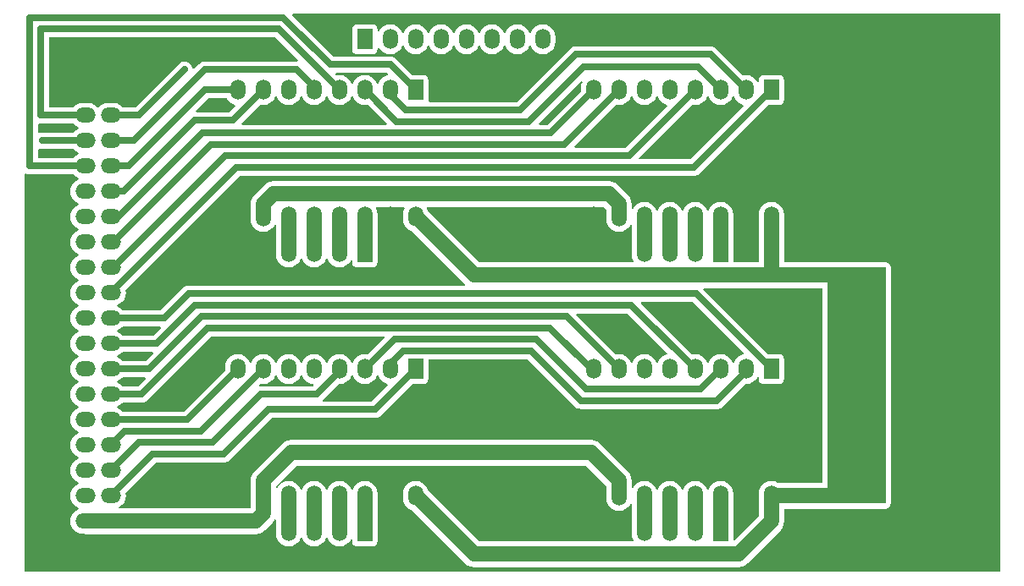
<source format=gtl>
G04 Layer_Physical_Order=1*
G04 Layer_Color=255*
%FSLAX44Y44*%
%MOMM*%
G71*
G01*
G75*
%ADD10C,0.6350*%
%ADD11C,1.5240*%
%ADD12O,1.5000X2.0000*%
%ADD13R,1.5000X2.0000*%
%ADD14O,2.0000X1.5000*%
%ADD15R,2.0000X1.5000*%
G36*
X988203Y473222D02*
X987795Y472019D01*
X987316Y471956D01*
X984256Y470689D01*
X981628Y468672D01*
X979611Y466044D01*
X978587Y463572D01*
X977213D01*
X976189Y466044D01*
X974172Y468672D01*
X971544Y470689D01*
X968484Y471956D01*
X965200Y472389D01*
X961916Y471956D01*
X958856Y470689D01*
X956228Y468672D01*
X954211Y466044D01*
X953187Y463572D01*
X951813D01*
X950789Y466044D01*
X948772Y468672D01*
X946144Y470689D01*
X943084Y471956D01*
X939800Y472389D01*
X936784Y471991D01*
X885670Y523106D01*
X886156Y524279D01*
X937146D01*
X988203Y473222D01*
D02*
G37*
G36*
X912003D02*
X911595Y472019D01*
X911116Y471956D01*
X908056Y470689D01*
X905428Y468672D01*
X903411Y466044D01*
X902387Y463572D01*
X901013D01*
X899989Y466044D01*
X897972Y468672D01*
X895344Y470689D01*
X892284Y471956D01*
X889000Y472389D01*
X885716Y471956D01*
X882656Y470689D01*
X880028Y468672D01*
X878011Y466044D01*
X876987Y463572D01*
X875613D01*
X874589Y466044D01*
X872572Y468672D01*
X869944Y470689D01*
X866884Y471956D01*
X863600Y472389D01*
X860584Y471991D01*
X820900Y511675D01*
X821386Y512849D01*
X872376D01*
X912003Y473222D01*
D02*
G37*
G36*
X397825Y473101D02*
X390251Y465526D01*
X367568D01*
X367072Y466172D01*
X364444Y468189D01*
X361972Y469213D01*
Y470587D01*
X364444Y471611D01*
X367072Y473628D01*
X367568Y474274D01*
X397339D01*
X397825Y473101D01*
D02*
G37*
G36*
X405445Y498501D02*
X397871Y490926D01*
X367568D01*
X367072Y491572D01*
X364444Y493589D01*
X361972Y494613D01*
Y495987D01*
X364444Y497011D01*
X367072Y499028D01*
X367568Y499674D01*
X404959D01*
X405445Y498501D01*
D02*
G37*
G36*
X629440Y488815D02*
X612616Y471991D01*
X609600Y472389D01*
X606316Y471956D01*
X603256Y470689D01*
X600628Y468672D01*
X598611Y466044D01*
X597587Y463572D01*
X596213D01*
X595189Y466044D01*
X593172Y468672D01*
X590544Y470689D01*
X587484Y471956D01*
X584200Y472389D01*
X580916Y471956D01*
X577856Y470689D01*
X575228Y468672D01*
X573211Y466044D01*
X572187Y463572D01*
X570813D01*
X569789Y466044D01*
X567772Y468672D01*
X565144Y470689D01*
X562084Y471956D01*
X558800Y472389D01*
X555516Y471956D01*
X552456Y470689D01*
X549828Y468672D01*
X547811Y466044D01*
X546787Y463572D01*
X545413D01*
X544389Y466044D01*
X542372Y468672D01*
X539744Y470689D01*
X536684Y471956D01*
X533400Y472389D01*
X530116Y471956D01*
X527056Y470689D01*
X524428Y468672D01*
X522411Y466044D01*
X521387Y463572D01*
X520013D01*
X518989Y466044D01*
X516972Y468672D01*
X514344Y470689D01*
X511284Y471956D01*
X508000Y472389D01*
X504716Y471956D01*
X501656Y470689D01*
X499028Y468672D01*
X497011Y466044D01*
X495987Y463572D01*
X494613D01*
X493589Y466044D01*
X491572Y468672D01*
X488944Y470689D01*
X485884Y471956D01*
X482600Y472389D01*
X479316Y471956D01*
X476256Y470689D01*
X473628Y468672D01*
X471611Y466044D01*
X470344Y462984D01*
X469911Y459700D01*
Y456287D01*
X428351Y414726D01*
X367568D01*
X367072Y415372D01*
X364444Y417389D01*
X361972Y418413D01*
Y419787D01*
X364444Y420811D01*
X367072Y422828D01*
X367568Y423474D01*
X386080D01*
X387158Y423616D01*
X388235Y423758D01*
X390243Y424589D01*
X391968Y425913D01*
X456044Y489989D01*
X628954D01*
X629440Y488815D01*
D02*
G37*
G36*
X1066690Y343010D02*
X1023229D01*
X1022344Y343689D01*
X1019284Y344956D01*
X1016000Y345389D01*
X1012716Y344956D01*
X1009656Y343689D01*
X1007028Y341672D01*
X1005011Y339044D01*
X1003744Y335984D01*
X1003311Y332700D01*
Y331119D01*
X1003190Y330200D01*
Y310106D01*
X979053Y285968D01*
X977879Y286454D01*
Y293652D01*
X978010Y294640D01*
Y330200D01*
X977888Y331119D01*
Y332700D01*
X977456Y335984D01*
X976189Y339044D01*
X974172Y341672D01*
X971544Y343689D01*
X968484Y344956D01*
X965200Y345389D01*
X961916Y344956D01*
X958856Y343689D01*
X956228Y341672D01*
X954211Y339044D01*
X953187Y336572D01*
X951813D01*
X950789Y339044D01*
X948772Y341672D01*
X946144Y343689D01*
X943084Y344956D01*
X939800Y345389D01*
X936516Y344956D01*
X933456Y343689D01*
X930828Y341672D01*
X928811Y339044D01*
X927787Y336572D01*
X926413D01*
X925389Y339044D01*
X923372Y341672D01*
X920744Y343689D01*
X917684Y344956D01*
X914400Y345389D01*
X911116Y344956D01*
X908056Y343689D01*
X905428Y341672D01*
X903411Y339044D01*
X902387Y336572D01*
X901013D01*
X899989Y339044D01*
X897972Y341672D01*
X895344Y343689D01*
X892284Y344956D01*
X889000Y345389D01*
X885716Y344956D01*
X882656Y343689D01*
X880028Y341672D01*
X878011Y339044D01*
X877680Y338243D01*
X876410Y338496D01*
Y345440D01*
X875973Y348755D01*
X874693Y351845D01*
X872658Y354498D01*
X844718Y382438D01*
X842065Y384473D01*
X838975Y385753D01*
X835660Y386190D01*
X535940D01*
X532625Y385753D01*
X529535Y384473D01*
X526882Y382438D01*
X498942Y354498D01*
X496907Y351845D01*
X495627Y348755D01*
X495190Y345440D01*
Y330200D01*
Y317726D01*
X495074Y317610D01*
X363896D01*
X363643Y318880D01*
X364444Y319211D01*
X367072Y321228D01*
X369089Y323856D01*
X370356Y326916D01*
X370789Y330200D01*
X370391Y333216D01*
X400959Y363784D01*
X468630D01*
X469707Y363926D01*
X470785Y364067D01*
X472793Y364899D01*
X474518Y366222D01*
X516529Y408234D01*
X619760D01*
X620838Y408376D01*
X621915Y408517D01*
X623923Y409349D01*
X625648Y410672D01*
X656995Y442020D01*
X667900D01*
X669882Y442415D01*
X671562Y443537D01*
X672685Y445218D01*
X673080Y447200D01*
Y467129D01*
X772392D01*
X819958Y419562D01*
X821682Y418239D01*
X823691Y417407D01*
X825845Y417124D01*
X961390D01*
X962467Y417266D01*
X963545Y417407D01*
X965553Y418239D01*
X967278Y419562D01*
X989828Y442113D01*
X990600Y442011D01*
X993884Y442444D01*
X996944Y443711D01*
X999572Y445728D01*
X1001589Y448356D01*
X1002050Y449471D01*
X1003320Y449218D01*
Y447200D01*
X1003715Y445218D01*
X1004837Y443537D01*
X1006518Y442415D01*
X1008500Y442020D01*
X1023500D01*
X1025482Y442415D01*
X1027162Y443537D01*
X1028285Y445218D01*
X1028680Y447200D01*
Y467200D01*
X1028285Y469182D01*
X1027162Y470863D01*
X1025482Y471985D01*
X1023500Y472379D01*
X1012596D01*
X947778Y537197D01*
X948264Y538370D01*
X1066690D01*
Y343010D01*
D02*
G37*
G36*
X1130300Y322580D02*
X1071880D01*
Y558800D01*
X1130300D01*
Y322580D01*
D02*
G37*
G36*
X1244600Y254000D02*
X269240D01*
Y652447D01*
X270510Y653043D01*
X272165Y652357D01*
X274320Y652074D01*
X318232D01*
X318728Y651428D01*
X321356Y649411D01*
X323828Y648387D01*
Y647013D01*
X321356Y645989D01*
X318728Y643972D01*
X316711Y641344D01*
X315444Y638284D01*
X315011Y635000D01*
X315444Y631716D01*
X316711Y628656D01*
X318728Y626028D01*
X321356Y624011D01*
X323828Y622987D01*
Y621613D01*
X321356Y620589D01*
X318728Y618572D01*
X316711Y615944D01*
X315444Y612884D01*
X315011Y609600D01*
X315444Y606316D01*
X316711Y603256D01*
X318728Y600628D01*
X321356Y598611D01*
X323828Y597587D01*
Y596213D01*
X321356Y595189D01*
X318728Y593172D01*
X316711Y590544D01*
X315444Y587484D01*
X315011Y584200D01*
X315444Y580916D01*
X316711Y577856D01*
X318728Y575228D01*
X321356Y573211D01*
X323828Y572187D01*
Y570813D01*
X321356Y569789D01*
X318728Y567772D01*
X316711Y565144D01*
X315444Y562084D01*
X315011Y558800D01*
X315444Y555516D01*
X316711Y552456D01*
X318728Y549828D01*
X321356Y547811D01*
X323828Y546787D01*
Y545413D01*
X321356Y544389D01*
X318728Y542372D01*
X316711Y539744D01*
X315444Y536684D01*
X315011Y533400D01*
X315444Y530116D01*
X316711Y527056D01*
X318728Y524428D01*
X321356Y522411D01*
X323828Y521387D01*
Y520013D01*
X321356Y518989D01*
X318728Y516972D01*
X316711Y514344D01*
X315444Y511284D01*
X315011Y508000D01*
X315444Y504716D01*
X316711Y501656D01*
X318728Y499028D01*
X321356Y497011D01*
X323828Y495987D01*
Y494613D01*
X321356Y493589D01*
X318728Y491572D01*
X316711Y488944D01*
X315444Y485884D01*
X315011Y482600D01*
X315444Y479316D01*
X316711Y476256D01*
X318728Y473628D01*
X321356Y471611D01*
X323828Y470587D01*
Y469213D01*
X321356Y468189D01*
X318728Y466172D01*
X316711Y463544D01*
X315444Y460484D01*
X315011Y457200D01*
X315444Y453916D01*
X316711Y450856D01*
X318728Y448228D01*
X321356Y446211D01*
X323828Y445187D01*
Y443813D01*
X321356Y442789D01*
X318728Y440772D01*
X316711Y438144D01*
X315444Y435084D01*
X315011Y431800D01*
X315444Y428516D01*
X316711Y425456D01*
X318728Y422828D01*
X321356Y420811D01*
X323828Y419787D01*
Y418413D01*
X321356Y417389D01*
X318728Y415372D01*
X316711Y412744D01*
X315444Y409684D01*
X315011Y406400D01*
X315444Y403116D01*
X316711Y400056D01*
X318728Y397428D01*
X321356Y395411D01*
X323828Y394387D01*
Y393013D01*
X321356Y391989D01*
X318728Y389972D01*
X316711Y387344D01*
X315444Y384284D01*
X315011Y381000D01*
X315444Y377716D01*
X316711Y374656D01*
X318728Y372028D01*
X321356Y370011D01*
X323828Y368987D01*
Y367613D01*
X321356Y366589D01*
X318728Y364572D01*
X316711Y361944D01*
X315444Y358884D01*
X315011Y355600D01*
X315444Y352316D01*
X316711Y349256D01*
X318728Y346628D01*
X321356Y344611D01*
X323828Y343587D01*
Y342213D01*
X321356Y341189D01*
X318728Y339172D01*
X316711Y336544D01*
X315444Y333484D01*
X315011Y330200D01*
X315444Y326916D01*
X316711Y323856D01*
X318728Y321228D01*
X321356Y319211D01*
X323828Y318187D01*
Y316813D01*
X321356Y315789D01*
X318728Y313772D01*
X316711Y311144D01*
X315444Y308084D01*
X315011Y304800D01*
X315444Y301516D01*
X316711Y298456D01*
X318728Y295828D01*
X321356Y293811D01*
X324416Y292544D01*
X327700Y292111D01*
X329281D01*
X330200Y291990D01*
X500380D01*
X503695Y292427D01*
X506785Y293707D01*
X509438Y295742D01*
X517058Y303362D01*
X519093Y306015D01*
X519320Y306563D01*
X520590Y306311D01*
Y294640D01*
X520712Y293721D01*
Y292140D01*
X521144Y288856D01*
X522411Y285796D01*
X524428Y283168D01*
X527056Y281151D01*
X530116Y279884D01*
X533400Y279451D01*
X536684Y279884D01*
X539744Y281151D01*
X542372Y283168D01*
X544389Y285796D01*
X545413Y288268D01*
X546787D01*
X547811Y285796D01*
X549828Y283168D01*
X552456Y281151D01*
X555516Y279884D01*
X558800Y279451D01*
X562084Y279884D01*
X565144Y281151D01*
X567772Y283168D01*
X569789Y285796D01*
X570813Y288268D01*
X572187D01*
X573211Y285796D01*
X575228Y283168D01*
X577856Y281151D01*
X580916Y279884D01*
X584200Y279451D01*
X587484Y279884D01*
X590544Y281151D01*
X593172Y283168D01*
X595189Y285796D01*
X595650Y286911D01*
X596921Y286658D01*
Y284640D01*
X597315Y282658D01*
X598438Y280977D01*
X600118Y279855D01*
X602100Y279461D01*
X617100D01*
X619082Y279855D01*
X620762Y280977D01*
X621885Y282658D01*
X622280Y284640D01*
Y293652D01*
X622410Y294640D01*
Y330200D01*
X622289Y331119D01*
Y332700D01*
X621856Y335984D01*
X620589Y339044D01*
X618572Y341672D01*
X615944Y343689D01*
X612884Y344956D01*
X609600Y345389D01*
X606316Y344956D01*
X603256Y343689D01*
X600628Y341672D01*
X598611Y339044D01*
X597587Y336572D01*
X596213D01*
X595189Y339044D01*
X593172Y341672D01*
X590544Y343689D01*
X587484Y344956D01*
X584200Y345389D01*
X580916Y344956D01*
X577856Y343689D01*
X575228Y341672D01*
X573211Y339044D01*
X572187Y336572D01*
X570813D01*
X569789Y339044D01*
X567772Y341672D01*
X565144Y343689D01*
X562084Y344956D01*
X558800Y345389D01*
X555516Y344956D01*
X552456Y343689D01*
X549828Y341672D01*
X547811Y339044D01*
X546787Y336572D01*
X545413D01*
X544389Y339044D01*
X542372Y341672D01*
X539744Y343689D01*
X536684Y344956D01*
X533400Y345389D01*
X530116Y344956D01*
X527056Y343689D01*
X524428Y341672D01*
X522411Y339044D01*
X522080Y338243D01*
X520810Y338496D01*
Y340134D01*
X541246Y360570D01*
X830354D01*
X850790Y340134D01*
Y330200D01*
X850911Y329281D01*
Y327700D01*
X851344Y324416D01*
X852611Y321356D01*
X854628Y318728D01*
X857256Y316711D01*
X860316Y315444D01*
X863600Y315011D01*
X866884Y315444D01*
X869944Y316711D01*
X872572Y318728D01*
X874589Y321356D01*
X874920Y322157D01*
X876190Y321904D01*
Y294640D01*
X876311Y293721D01*
Y292140D01*
X876744Y288856D01*
X878011Y285796D01*
X878063Y285729D01*
X877501Y284590D01*
X724126D01*
X672603Y336113D01*
X671389Y339044D01*
X669372Y341672D01*
X666744Y343689D01*
X663684Y344956D01*
X660400Y345389D01*
X657116Y344956D01*
X654056Y343689D01*
X651428Y341672D01*
X649411Y339044D01*
X648144Y335984D01*
X647711Y332700D01*
Y331119D01*
X647590Y330200D01*
X647711Y329281D01*
Y327700D01*
X648144Y324416D01*
X649411Y321356D01*
X651428Y318728D01*
X654056Y316711D01*
X656988Y315497D01*
X709762Y262722D01*
X712415Y260687D01*
X715505Y259407D01*
X718820Y258970D01*
X982980D01*
X986295Y259407D01*
X989385Y260687D01*
X992038Y262722D01*
X1025058Y295742D01*
X1027093Y298395D01*
X1028373Y301485D01*
X1028810Y304800D01*
Y317390D01*
X1079500D01*
X1079576Y317400D01*
X1130300D01*
X1132282Y317795D01*
X1133962Y318918D01*
X1135085Y320598D01*
X1135480Y322580D01*
Y558800D01*
X1135085Y560782D01*
X1133962Y562463D01*
X1132282Y563585D01*
X1130300Y563979D01*
X1079576D01*
X1079500Y563990D01*
X1028810D01*
Y609600D01*
X1028689Y610519D01*
Y612100D01*
X1028256Y615384D01*
X1026989Y618444D01*
X1024972Y621072D01*
X1022344Y623089D01*
X1019284Y624356D01*
X1016000Y624789D01*
X1012716Y624356D01*
X1009656Y623089D01*
X1007028Y621072D01*
X1005011Y618444D01*
X1003744Y615384D01*
X1003311Y612100D01*
Y610519D01*
X1003190Y609600D01*
Y563990D01*
X977921D01*
X977879Y564040D01*
Y573052D01*
X978010Y574040D01*
Y609600D01*
X977888Y610519D01*
Y612100D01*
X977456Y615384D01*
X976189Y618444D01*
X974172Y621072D01*
X971544Y623089D01*
X968484Y624356D01*
X965200Y624789D01*
X961916Y624356D01*
X958856Y623089D01*
X956228Y621072D01*
X954211Y618444D01*
X953187Y615972D01*
X951813D01*
X950789Y618444D01*
X948772Y621072D01*
X946144Y623089D01*
X943084Y624356D01*
X939800Y624789D01*
X936516Y624356D01*
X933456Y623089D01*
X930828Y621072D01*
X928811Y618444D01*
X927787Y615972D01*
X926413D01*
X925389Y618444D01*
X923372Y621072D01*
X920744Y623089D01*
X917684Y624356D01*
X914400Y624789D01*
X911116Y624356D01*
X908056Y623089D01*
X905428Y621072D01*
X903411Y618444D01*
X902387Y615972D01*
X901013D01*
X899989Y618444D01*
X897972Y621072D01*
X895344Y623089D01*
X892284Y624356D01*
X889000Y624789D01*
X885716Y624356D01*
X882656Y623089D01*
X880028Y621072D01*
X878011Y618444D01*
X877680Y617643D01*
X876410Y617896D01*
Y622300D01*
X875973Y625615D01*
X874693Y628705D01*
X872658Y631358D01*
X862498Y641518D01*
X859845Y643553D01*
X856755Y644833D01*
X853440Y645270D01*
X518160D01*
X514845Y644833D01*
X511755Y643553D01*
X509102Y641518D01*
X498942Y631358D01*
X496907Y628705D01*
X495627Y625615D01*
X495190Y622300D01*
Y609600D01*
X495312Y608681D01*
Y607100D01*
X495744Y603816D01*
X497011Y600756D01*
X499028Y598128D01*
X501656Y596111D01*
X504716Y594844D01*
X508000Y594411D01*
X511284Y594844D01*
X514344Y596111D01*
X516972Y598128D01*
X518989Y600756D01*
X519320Y601557D01*
X520590Y601304D01*
Y574040D01*
X520712Y573121D01*
Y571540D01*
X521144Y568256D01*
X522411Y565196D01*
X524428Y562568D01*
X527056Y560551D01*
X530116Y559284D01*
X533400Y558851D01*
X536684Y559284D01*
X539744Y560551D01*
X542372Y562568D01*
X544389Y565196D01*
X545413Y567668D01*
X546787D01*
X547811Y565196D01*
X549828Y562568D01*
X552456Y560551D01*
X555516Y559284D01*
X558800Y558851D01*
X562084Y559284D01*
X565144Y560551D01*
X567772Y562568D01*
X569789Y565196D01*
X570813Y567668D01*
X572187D01*
X573211Y565196D01*
X575228Y562568D01*
X577856Y560551D01*
X580916Y559284D01*
X584200Y558851D01*
X587484Y559284D01*
X590544Y560551D01*
X593172Y562568D01*
X595189Y565196D01*
X595650Y566311D01*
X596921Y566058D01*
Y564040D01*
X597315Y562058D01*
X598438Y560378D01*
X600118Y559255D01*
X602100Y558861D01*
X617100D01*
X619082Y559255D01*
X620762Y560378D01*
X621885Y562058D01*
X622280Y564040D01*
Y573052D01*
X622410Y574040D01*
Y609600D01*
X622289Y610519D01*
Y612100D01*
X621856Y615384D01*
X620589Y618444D01*
X620537Y618511D01*
X621099Y619650D01*
X648901D01*
X649463Y618511D01*
X649411Y618444D01*
X648144Y615384D01*
X647711Y612100D01*
Y610519D01*
X647590Y609600D01*
X647711Y608681D01*
Y607100D01*
X648144Y603816D01*
X649411Y600756D01*
X651428Y598128D01*
X654056Y596111D01*
X656988Y594897D01*
X709683Y542201D01*
X709646Y541781D01*
X709358Y540931D01*
X433545D01*
X432467Y540789D01*
X431390Y540648D01*
X429382Y539816D01*
X427658Y538493D01*
X405491Y516326D01*
X367568D01*
X367072Y516972D01*
X364444Y518989D01*
X361972Y520013D01*
Y521387D01*
X364444Y522411D01*
X367072Y524428D01*
X369089Y527056D01*
X370356Y530116D01*
X370789Y533400D01*
X370391Y536416D01*
X484779Y650804D01*
X938530D01*
X939607Y650946D01*
X940685Y651087D01*
X942693Y651919D01*
X944417Y653242D01*
X1012596Y721421D01*
X1023500D01*
X1025482Y721815D01*
X1027162Y722937D01*
X1028285Y724618D01*
X1028680Y726600D01*
Y746600D01*
X1028285Y748582D01*
X1027162Y750263D01*
X1025482Y751385D01*
X1023500Y751779D01*
X1008500D01*
X1006518Y751385D01*
X1004837Y750263D01*
X1003715Y748582D01*
X1003320Y746600D01*
Y744582D01*
X1002050Y744329D01*
X1001589Y745444D01*
X999572Y748072D01*
X996944Y750089D01*
X993884Y751356D01*
X990600Y751789D01*
X987584Y751391D01*
X960928Y778047D01*
X959203Y779371D01*
X957195Y780202D01*
X956117Y780344D01*
X955040Y780486D01*
X820420D01*
X818265Y780202D01*
X816257Y779371D01*
X814532Y778047D01*
X761091Y724606D01*
X673978D01*
X672935Y725876D01*
X673080Y726600D01*
Y746600D01*
X672685Y748582D01*
X671562Y750263D01*
X669882Y751385D01*
X667900Y751779D01*
X656995D01*
X640888Y767887D01*
X639163Y769211D01*
X637155Y770042D01*
X636077Y770184D01*
X635000Y770326D01*
X578413D01*
X537113Y811627D01*
X537599Y812800D01*
X1244600D01*
Y254000D01*
D02*
G37*
G36*
X390205Y447701D02*
X382631Y440126D01*
X367568D01*
X367072Y440772D01*
X364444Y442789D01*
X361972Y443813D01*
Y445187D01*
X364444Y446211D01*
X367072Y448228D01*
X367568Y448874D01*
X389719D01*
X390205Y447701D01*
D02*
G37*
G36*
X624011Y448356D02*
X626028Y445728D01*
X628656Y443711D01*
X631716Y442444D01*
X632195Y442381D01*
X632603Y441178D01*
X616311Y424886D01*
X567816D01*
X567471Y426156D01*
X583428Y442113D01*
X584200Y442011D01*
X587484Y442444D01*
X590544Y443711D01*
X593172Y445728D01*
X595189Y448356D01*
X596213Y450828D01*
X597587D01*
X598611Y448356D01*
X600628Y445728D01*
X603256Y443711D01*
X606316Y442444D01*
X609600Y442011D01*
X612884Y442444D01*
X615944Y443711D01*
X618572Y445728D01*
X620589Y448356D01*
X621613Y450828D01*
X622987D01*
X624011Y448356D01*
D02*
G37*
G36*
X522411D02*
X524428Y445728D01*
X527056Y443711D01*
X530116Y442444D01*
X533400Y442011D01*
X536684Y442444D01*
X539744Y443711D01*
X542372Y445728D01*
X544389Y448356D01*
X545413Y450828D01*
X546787D01*
X547811Y448356D01*
X549828Y445728D01*
X552456Y443711D01*
X555516Y442444D01*
X557705Y442156D01*
X558166Y440916D01*
X557531Y440126D01*
X505460D01*
X504351Y439980D01*
X503758Y441183D01*
X504984Y442409D01*
X508000Y442011D01*
X511284Y442444D01*
X514344Y443711D01*
X516972Y445728D01*
X518989Y448356D01*
X520013Y450828D01*
X521387D01*
X522411Y448356D01*
D02*
G37*
G36*
X878011Y727756D02*
X880028Y725128D01*
X882656Y723111D01*
X885716Y721844D01*
X889000Y721411D01*
X892284Y721844D01*
X895344Y723111D01*
X897972Y725128D01*
X899989Y727756D01*
X901013Y730228D01*
X902387D01*
X903411Y727756D01*
X905428Y725128D01*
X908056Y723111D01*
X911116Y721844D01*
X911595Y721781D01*
X912003Y720578D01*
X870311Y678886D01*
X819321D01*
X818835Y680060D01*
X860584Y721809D01*
X863600Y721411D01*
X866884Y721844D01*
X869944Y723111D01*
X872572Y725128D01*
X874589Y727756D01*
X875613Y730228D01*
X876987D01*
X878011Y727756D01*
D02*
G37*
G36*
X573211D02*
X575228Y725128D01*
X577856Y723111D01*
X580916Y721844D01*
X584200Y721411D01*
X587484Y721844D01*
X590544Y723111D01*
X593172Y725128D01*
X595189Y727756D01*
X596213Y730228D01*
X597587D01*
X598611Y727756D01*
X600628Y725128D01*
X603256Y723111D01*
X606316Y721844D01*
X609600Y721411D01*
X612616Y721809D01*
X631505Y702919D01*
X631019Y701746D01*
X486581D01*
X486095Y702919D01*
X504984Y721809D01*
X508000Y721411D01*
X511284Y721844D01*
X514344Y723111D01*
X516972Y725128D01*
X518989Y727756D01*
X520013Y730228D01*
X521387D01*
X522411Y727756D01*
X524428Y725128D01*
X527056Y723111D01*
X530116Y721844D01*
X533400Y721411D01*
X536684Y721844D01*
X539744Y723111D01*
X542372Y725128D01*
X544389Y727756D01*
X545413Y730228D01*
X546787D01*
X547811Y727756D01*
X549828Y725128D01*
X552456Y723111D01*
X555516Y721844D01*
X558800Y721411D01*
X562084Y721844D01*
X565144Y723111D01*
X567772Y725128D01*
X569789Y727756D01*
X570813Y730228D01*
X572187D01*
X573211Y727756D01*
D02*
G37*
G36*
X954211D02*
X956228Y725128D01*
X958856Y723111D01*
X961916Y721844D01*
X965200Y721411D01*
X968484Y721844D01*
X971544Y723111D01*
X974172Y725128D01*
X976189Y727756D01*
X977213Y730228D01*
X978587D01*
X979611Y727756D01*
X981628Y725128D01*
X984256Y723111D01*
X987316Y721844D01*
X987795Y721781D01*
X988203Y720578D01*
X935081Y667456D01*
X884091D01*
X883605Y668630D01*
X936784Y721809D01*
X939800Y721411D01*
X943084Y721844D01*
X946144Y723111D01*
X948772Y725128D01*
X950789Y727756D01*
X951813Y730228D01*
X953187D01*
X954211Y727756D01*
D02*
G37*
G36*
X542722Y766303D02*
X542129Y765100D01*
X541020Y765246D01*
X449580D01*
X448503Y765104D01*
X447425Y764962D01*
X445417Y764131D01*
X443693Y762807D01*
X438744Y757859D01*
X437403Y758314D01*
X437303Y759075D01*
X436471Y761083D01*
X435148Y762807D01*
X433423Y764131D01*
X431415Y764962D01*
X429260Y765246D01*
X427105Y764962D01*
X425097Y764131D01*
X423372Y762807D01*
X380091Y719526D01*
X367568D01*
X367072Y720172D01*
X364444Y722189D01*
X361384Y723456D01*
X358100Y723888D01*
X353100D01*
X349816Y723456D01*
X346756Y722189D01*
X344128Y720172D01*
X343535Y719400D01*
X342265D01*
X341672Y720172D01*
X339044Y722189D01*
X335984Y723456D01*
X332700Y723888D01*
X327700D01*
X324416Y723456D01*
X321356Y722189D01*
X318728Y720172D01*
X318232Y719526D01*
X294076D01*
Y789488D01*
X519537D01*
X542722Y766303D01*
D02*
G37*
G36*
X632603Y752622D02*
X632195Y751419D01*
X631716Y751356D01*
X628656Y750089D01*
X626028Y748072D01*
X624011Y745444D01*
X622987Y742972D01*
X621613D01*
X620589Y745444D01*
X618572Y748072D01*
X615944Y750089D01*
X612884Y751356D01*
X609600Y751789D01*
X606316Y751356D01*
X603256Y750089D01*
X600628Y748072D01*
X598611Y745444D01*
X597587Y742972D01*
X596213D01*
X595189Y745444D01*
X593172Y748072D01*
X590544Y750089D01*
X587484Y751356D01*
X584200Y751789D01*
X581184Y751391D01*
X580075Y752501D01*
X580561Y753674D01*
X631551D01*
X632603Y752622D01*
D02*
G37*
G36*
X284865Y677757D02*
X287020Y677474D01*
X318232D01*
X318728Y676828D01*
X321356Y674811D01*
X323828Y673787D01*
Y672413D01*
X321356Y671389D01*
X318728Y669372D01*
X318232Y668726D01*
X282646D01*
Y677302D01*
X283916Y678150D01*
X284865Y677757D01*
D02*
G37*
G36*
X850790Y616994D02*
Y609600D01*
X850911Y608681D01*
Y607100D01*
X851344Y603816D01*
X852611Y600756D01*
X854628Y598128D01*
X857256Y596111D01*
X860316Y594844D01*
X863600Y594411D01*
X866884Y594844D01*
X869944Y596111D01*
X872572Y598128D01*
X874589Y600756D01*
X874920Y601557D01*
X876190Y601304D01*
Y574040D01*
X876311Y573121D01*
Y571540D01*
X876744Y568256D01*
X878011Y565196D01*
X878063Y565129D01*
X877501Y563990D01*
X724126D01*
X672603Y615513D01*
X671389Y618444D01*
X671337Y618511D01*
X671899Y619650D01*
X848134D01*
X850790Y616994D01*
D02*
G37*
G36*
X285750Y702874D02*
X318232D01*
X318728Y702228D01*
X321356Y700211D01*
X323828Y699187D01*
Y697813D01*
X321356Y696789D01*
X318728Y694772D01*
X318232Y694126D01*
X287020D01*
X284865Y693842D01*
X283916Y693449D01*
X282646Y694298D01*
Y702350D01*
X283916Y703115D01*
X285750Y702874D01*
D02*
G37*
G36*
X471611Y727756D02*
X473628Y725128D01*
X476256Y723111D01*
X479316Y721844D01*
X479795Y721781D01*
X480203Y720578D01*
X474071Y714446D01*
X440997D01*
X440471Y715716D01*
X453029Y728274D01*
X471397D01*
X471611Y727756D01*
D02*
G37*
G36*
X826940Y744789D02*
X825944Y742384D01*
X825511Y739100D01*
Y735686D01*
X791571Y701746D01*
X783761D01*
X783275Y702919D01*
X825863Y745508D01*
X826940Y744789D01*
D02*
G37*
%LPC*%
G36*
X787400Y802589D02*
X784116Y802156D01*
X781056Y800889D01*
X778428Y798872D01*
X776411Y796244D01*
X775387Y793772D01*
X774013D01*
X772989Y796244D01*
X770972Y798872D01*
X768344Y800889D01*
X765284Y802156D01*
X762000Y802589D01*
X758716Y802156D01*
X755656Y800889D01*
X753028Y798872D01*
X751011Y796244D01*
X749987Y793772D01*
X748613D01*
X747589Y796244D01*
X745572Y798872D01*
X742944Y800889D01*
X739884Y802156D01*
X736600Y802589D01*
X733316Y802156D01*
X730256Y800889D01*
X727628Y798872D01*
X725611Y796244D01*
X724587Y793772D01*
X723213D01*
X722189Y796244D01*
X720172Y798872D01*
X717544Y800889D01*
X714484Y802156D01*
X711200Y802589D01*
X707916Y802156D01*
X704856Y800889D01*
X702228Y798872D01*
X700211Y796244D01*
X699187Y793772D01*
X697813D01*
X696789Y796244D01*
X694772Y798872D01*
X692144Y800889D01*
X689084Y802156D01*
X685800Y802589D01*
X682516Y802156D01*
X679456Y800889D01*
X676828Y798872D01*
X674811Y796244D01*
X673787Y793772D01*
X672413D01*
X671389Y796244D01*
X669372Y798872D01*
X666744Y800889D01*
X663684Y802156D01*
X660400Y802589D01*
X657116Y802156D01*
X654056Y800889D01*
X651428Y798872D01*
X649411Y796244D01*
X648387Y793772D01*
X647013D01*
X645989Y796244D01*
X643972Y798872D01*
X641344Y800889D01*
X638284Y802156D01*
X635000Y802589D01*
X631716Y802156D01*
X628656Y800889D01*
X626028Y798872D01*
X624011Y796244D01*
X623549Y795129D01*
X622280Y795382D01*
Y797400D01*
X621885Y799382D01*
X620762Y801062D01*
X619082Y802185D01*
X617100Y802579D01*
X602100D01*
X600118Y802185D01*
X598438Y801062D01*
X597315Y799382D01*
X596921Y797400D01*
Y777400D01*
X597315Y775418D01*
X598438Y773737D01*
X600118Y772615D01*
X602100Y772221D01*
X617100D01*
X619082Y772615D01*
X620762Y773737D01*
X621885Y775418D01*
X622280Y777400D01*
Y779418D01*
X623549Y779671D01*
X624011Y778556D01*
X626028Y775928D01*
X628656Y773911D01*
X631716Y772644D01*
X635000Y772211D01*
X638284Y772644D01*
X641344Y773911D01*
X643972Y775928D01*
X645989Y778556D01*
X647013Y781028D01*
X648387D01*
X649411Y778556D01*
X651428Y775928D01*
X654056Y773911D01*
X657116Y772644D01*
X660400Y772211D01*
X663684Y772644D01*
X666744Y773911D01*
X669372Y775928D01*
X671389Y778556D01*
X672413Y781028D01*
X673787D01*
X674811Y778556D01*
X676828Y775928D01*
X679456Y773911D01*
X682516Y772644D01*
X685800Y772211D01*
X689084Y772644D01*
X692144Y773911D01*
X694772Y775928D01*
X696789Y778556D01*
X697813Y781028D01*
X699187D01*
X700211Y778556D01*
X702228Y775928D01*
X704856Y773911D01*
X707916Y772644D01*
X711200Y772211D01*
X714484Y772644D01*
X717544Y773911D01*
X720172Y775928D01*
X722189Y778556D01*
X723213Y781028D01*
X724587D01*
X725611Y778556D01*
X727628Y775928D01*
X730256Y773911D01*
X733316Y772644D01*
X736600Y772211D01*
X739884Y772644D01*
X742944Y773911D01*
X745572Y775928D01*
X747589Y778556D01*
X748613Y781028D01*
X749987D01*
X751011Y778556D01*
X753028Y775928D01*
X755656Y773911D01*
X758716Y772644D01*
X762000Y772211D01*
X765284Y772644D01*
X768344Y773911D01*
X770972Y775928D01*
X772989Y778556D01*
X774013Y781028D01*
X775387D01*
X776411Y778556D01*
X778428Y775928D01*
X781056Y773911D01*
X784116Y772644D01*
X787400Y772211D01*
X790684Y772644D01*
X793744Y773911D01*
X796372Y775928D01*
X798389Y778556D01*
X799656Y781616D01*
X800089Y784900D01*
Y789900D01*
X799656Y793184D01*
X798389Y796244D01*
X796372Y798872D01*
X793744Y800889D01*
X790684Y802156D01*
X787400Y802589D01*
D02*
G37*
%LPD*%
D10*
X355600Y660400D02*
X373380D01*
X355600Y635000D02*
X368300D01*
X355600Y558800D02*
X358140D01*
X355600Y584200D02*
X358140D01*
X431800Y406400D02*
X482600Y457200D01*
X355600Y406400D02*
X431800D01*
X561340Y431800D02*
X586740Y457200D01*
X584200D02*
X586740D01*
X619760Y416560D02*
X660400Y457200D01*
X513080Y416560D02*
X619760D01*
X505460Y431800D02*
X561340D01*
X355600Y508000D02*
X408940D01*
X828040Y759460D02*
X942340D01*
X965200Y736600D01*
X830580Y436880D02*
X944880D01*
X965200Y457200D01*
X285750Y711200D02*
X330200D01*
X285750D02*
Y797814D01*
X522986D01*
X584200Y736600D01*
X635000Y457200D02*
Y462280D01*
X825845Y425450D02*
X961390D01*
X990600Y454660D01*
Y457200D01*
X648175Y475455D02*
X775841D01*
X635000Y462280D02*
X648175Y475455D01*
X775841D02*
X825845Y425450D01*
X780575Y486885D02*
X830580Y436880D01*
X609600Y457200D02*
X639285Y486885D01*
X780575D01*
X811055Y509745D02*
X863600Y457200D01*
X794545Y498315D02*
X835660Y457200D01*
X838200D01*
X875825Y521175D02*
X939800Y457200D01*
X408940Y508000D02*
X433545Y532605D01*
X940595D01*
X1016000Y457200D01*
X355600Y609600D02*
X363220D01*
X609600Y736600D02*
X641350Y704850D01*
X773430D01*
X828040Y759460D01*
X635000Y731520D02*
Y736600D01*
Y731520D02*
X650240Y716280D01*
X764540D01*
X820420Y772160D01*
X955040D01*
X990600Y736600D01*
X363220Y609600D02*
X447040Y693420D01*
X795020D01*
X838200Y736600D01*
X358140Y584200D02*
X455930Y681990D01*
X808990D01*
X863600Y736600D01*
X358140Y558800D02*
X469900Y670560D01*
X873760D01*
X939800Y736600D01*
X355600Y533400D02*
X481330Y659130D01*
X938530D01*
X1016000Y736600D01*
X527720Y809244D02*
X574964Y762000D01*
X635000D01*
X660400Y736600D01*
X355600Y685800D02*
X378460D01*
X449580Y756920D01*
X355600Y711200D02*
X383540D01*
X429260Y756920D01*
X287020Y685800D02*
X330200D01*
X274320Y660400D02*
X330200D01*
X274320D02*
Y809244D01*
X527720D01*
X355600Y482600D02*
X401320D01*
X439895Y521175D01*
X875825D01*
X355600Y457200D02*
X393700D01*
X446245Y509745D01*
X811055D01*
X355600Y431800D02*
X386080D01*
X452595Y498315D01*
X794545D01*
X355600Y381000D02*
X369570Y394970D01*
X445770D01*
X508000Y457200D01*
X355600Y355600D02*
X383540Y383540D01*
X457200D01*
X505460Y431800D01*
X355600Y330200D02*
X397510Y372110D01*
X468630D01*
X513080Y416560D01*
X368300Y635000D02*
X439420Y706120D01*
X477520D01*
X508000Y736600D01*
X373380Y660400D02*
X449580Y736600D01*
X482600D01*
X449580Y756920D02*
X541020D01*
X558800Y739140D01*
Y736600D02*
Y739140D01*
D11*
X533400Y294640D02*
Y330200D01*
X558800Y294640D02*
Y330200D01*
X584200Y294640D02*
Y330200D01*
X609600Y294640D02*
Y330200D01*
X889000Y294640D02*
Y330200D01*
X914400Y294640D02*
Y330200D01*
X939800Y294640D02*
Y330200D01*
X965200Y294640D02*
Y330200D01*
X889000Y574040D02*
Y609600D01*
X914400Y574040D02*
Y609600D01*
X939800Y574040D02*
Y609600D01*
X965200Y574040D02*
Y609600D01*
X533400Y574040D02*
Y609600D01*
X558800Y574040D02*
Y609600D01*
X584200Y574040D02*
Y609600D01*
X609600Y574040D02*
Y609600D01*
X508000Y312420D02*
Y330200D01*
X500380Y304800D02*
X508000Y312420D01*
X330200Y304800D02*
X355600D01*
X500380D01*
X508000Y330200D02*
Y345440D01*
X863600Y330200D02*
Y345440D01*
X660400Y330200D02*
X718820Y271780D01*
X1016000Y330200D02*
X1079500D01*
X1016000Y551180D02*
X1079500D01*
X718820Y271780D02*
X982980D01*
X1016000Y304800D02*
Y330200D01*
X982980Y271780D02*
X1016000Y304800D01*
X660400Y609600D02*
X718820Y551180D01*
X1016000D01*
Y609600D01*
X508000D02*
Y622300D01*
X518160Y632460D01*
X853440D01*
X863600Y622300D01*
Y609600D02*
Y622300D01*
X1079500Y330200D02*
Y551180D01*
X508000Y345440D02*
X535940Y373380D01*
X835660D01*
X863600Y345440D01*
D12*
X736600Y787400D02*
D03*
X711200D02*
D03*
X685800D02*
D03*
X660400D02*
D03*
X635000D02*
D03*
X762000D02*
D03*
X787400D02*
D03*
X838200Y330200D02*
D03*
X863600D02*
D03*
X1016000D02*
D03*
X990600D02*
D03*
X965200D02*
D03*
X939800D02*
D03*
X914400D02*
D03*
X889000D02*
D03*
Y457200D02*
D03*
X914400D02*
D03*
X939800D02*
D03*
X965200D02*
D03*
X990600D02*
D03*
X863600D02*
D03*
X838200D02*
D03*
Y609600D02*
D03*
X863600D02*
D03*
X1016000D02*
D03*
X990600D02*
D03*
X965200D02*
D03*
X939800D02*
D03*
X914400D02*
D03*
X889000D02*
D03*
Y736600D02*
D03*
X914400D02*
D03*
X939800D02*
D03*
X965200D02*
D03*
X990600D02*
D03*
X863600D02*
D03*
X838200D02*
D03*
X889000Y294640D02*
D03*
X914400D02*
D03*
X939800D02*
D03*
X889000Y574040D02*
D03*
X914400D02*
D03*
X939800D02*
D03*
X482600Y330200D02*
D03*
X508000D02*
D03*
X660400D02*
D03*
X635000D02*
D03*
X609600D02*
D03*
X584200D02*
D03*
X558800D02*
D03*
X533400D02*
D03*
Y457200D02*
D03*
X558800D02*
D03*
X584200D02*
D03*
X609600D02*
D03*
X635000D02*
D03*
X508000D02*
D03*
X482600D02*
D03*
Y609600D02*
D03*
X508000D02*
D03*
X660400D02*
D03*
X635000D02*
D03*
X609600D02*
D03*
X584200D02*
D03*
X558800D02*
D03*
X533400D02*
D03*
Y736600D02*
D03*
X558800D02*
D03*
X584200D02*
D03*
X609600D02*
D03*
X635000D02*
D03*
X508000D02*
D03*
X482600D02*
D03*
X533400Y294640D02*
D03*
X558800D02*
D03*
X584200D02*
D03*
X533400Y574040D02*
D03*
X558800D02*
D03*
X584200D02*
D03*
D13*
X609600Y787400D02*
D03*
X1016000Y457200D02*
D03*
Y736600D02*
D03*
X965200Y294640D02*
D03*
Y574040D02*
D03*
X660400Y457200D02*
D03*
Y736600D02*
D03*
X609600Y294640D02*
D03*
Y574040D02*
D03*
D14*
X330200Y736600D02*
D03*
Y711200D02*
D03*
Y685800D02*
D03*
Y660400D02*
D03*
Y635000D02*
D03*
Y609600D02*
D03*
Y584200D02*
D03*
Y558800D02*
D03*
Y533400D02*
D03*
Y508000D02*
D03*
Y482600D02*
D03*
Y457200D02*
D03*
Y431800D02*
D03*
Y406400D02*
D03*
Y381000D02*
D03*
Y355600D02*
D03*
Y330200D02*
D03*
Y304800D02*
D03*
X355600Y736600D02*
D03*
Y711200D02*
D03*
Y685800D02*
D03*
Y660400D02*
D03*
Y635000D02*
D03*
Y609600D02*
D03*
Y584200D02*
D03*
Y558800D02*
D03*
Y533400D02*
D03*
Y508000D02*
D03*
Y482600D02*
D03*
Y457200D02*
D03*
Y431800D02*
D03*
Y406400D02*
D03*
Y381000D02*
D03*
Y355600D02*
D03*
Y330200D02*
D03*
D15*
Y304800D02*
D03*
M02*

</source>
